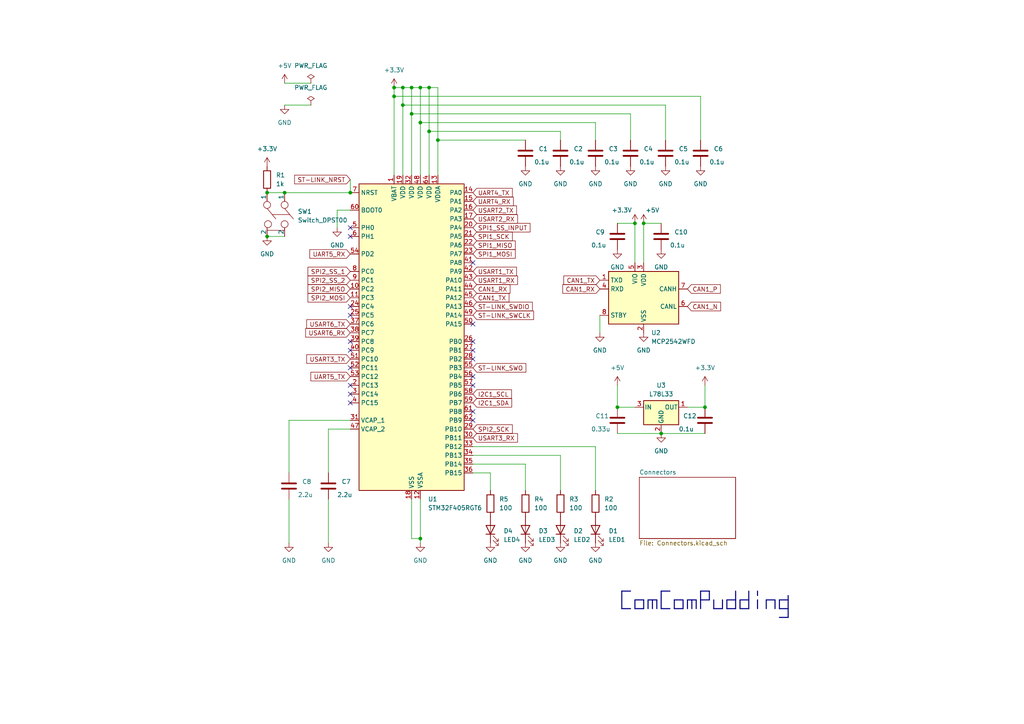
<source format=kicad_sch>
(kicad_sch (version 20230121) (generator eeschema)
  (paper "A4")
  (lib_symbols
    (symbol "Device:C" (pin_numbers hide) (pin_names (offset 0.254))
      (property "Reference" "C" (at 0.635 2.54 0))
      (property "Value" "C" (at 0.635 -2.54 0))
      (symbol "C_0_1"
        (polyline (pts (xy -2.032 -0.762) (xy 2.032 -0.762)) (stroke (width 0.508)))
        (polyline (pts (xy -2.032 0.762) (xy 2.032 0.762)) (stroke (width 0.508)))
      )
      (symbol "C_1_1"
        (pin passive line (at 0 3.81 270) (length 2.794) (name "~") (number "1"))
        (pin passive line (at 0 -3.81 90) (length 2.794) (name "~") (number "2"))
      )
    )
    (symbol "Device:LED" (pin_numbers hide) (pin_names (offset 1.016) hide)
      (property "Reference" "D" (at 0 2.54 0))
      (property "Value" "LED" (at 0 -2.54 0))
      (symbol "LED_0_1"
        (polyline (pts (xy -1.27 -1.27) (xy -1.27 1.27)) (stroke (width 0.254)))
        (polyline (pts (xy -1.27 0) (xy 1.27 0)))
        (polyline (pts (xy 1.27 -1.27) (xy 1.27 1.27) (xy -1.27 0) (xy 1.27 -1.27)) (stroke (width 0.254)))
        (polyline (pts (xy -3.048 -0.762) (xy -4.572 -2.286) (xy -3.81 -2.286) (xy -4.572 -2.286) (xy -4.572 -1.524)))
        (polyline (pts (xy -1.778 -0.762) (xy -3.302 -2.286) (xy -2.54 -2.286) (xy -3.302 -2.286) (xy -3.302 -1.524)))
      )
      (symbol "LED_1_1"
        (pin passive line (at -3.81 0 0) (length 2.54) (name "K") (number "1"))
        (pin passive line (at 3.81 0 180) (length 2.54) (name "A") (number "2"))
      )
    )
    (symbol "Device:R" (pin_numbers hide) (pin_names (offset 0))
      (property "Reference" "R" (at 2.032 0 90))
      (property "Value" "R" (at 0 0 90))
      (symbol "R_0_1"
        (rectangle (start -1.016 -2.54) (end 1.016 2.54) (stroke (width 0.254)))
      )
      (symbol "R_1_1"
        (pin passive line (at 0 3.81 270) (length 1.27) (name "~") (number "1"))
        (pin passive line (at 0 -3.81 90) (length 1.27) (name "~") (number "2"))
      )
    )
    (symbol "Interface_CAN_LIN:MCP2542WFDxMF"
      (property "Reference" "U" (at -10.16 8.89 0))
      (property "Value" "MCP2542WFDxMF" (at 2.54 8.89 0))
      (symbol "MCP2542WFDxMF_0_1"
        (rectangle (start -10.16 7.62) (end 10.16 -7.62) (stroke (width 0.254)) (fill (type background)))
      )
      (symbol "MCP2542WFDxMF_1_1"
        (pin input line (at -12.7 5.08 0) (length 2.54) (name "TXD") (number "1"))
        (pin power_in line (at 0 -10.16 90) (length 2.54) (name "VSS") (number "2"))
        (pin power_in line (at 0 10.16 270) (length 2.54) (name "VDD") (number "3"))
        (pin output line (at -12.7 2.54 0) (length 2.54) (name "RXD") (number "4"))
        (pin power_in line (at -2.54 10.16 270) (length 2.54) (name "VIO") (number "5"))
        (pin bidirectional line (at 12.7 -2.54 180) (length 2.54) (name "CANL") (number "6"))
        (pin bidirectional line (at 12.7 2.54 180) (length 2.54) (name "CANH") (number "7"))
        (pin input line (at -12.7 -5.08 0) (length 2.54) (name "STBY") (number "8"))
        (pin passive line (at 0 -10.16 90) (length 2.54) hide (name "VSS") (number "9"))
      )
    )
    (symbol "MCU_ST_STM32F4:STM32F405RGTx"
      (property "Reference" "U" (at -15.24 46.99 0))
      (property "Value" "STM32F405RGTx" (at 10.16 46.99 0))
      (symbol "STM32F405RGTx_0_1"
        (rectangle (start -15.24 -43.18) (end 15.24 45.72) (stroke (width 0.254)) (fill (type background)))
      )
      (symbol "STM32F405RGTx_1_1"
        (pin power_in line (at -5.08 48.26 270) (length 2.54) (name "VBAT") (number "1"))
        (pin bidirectional line (at -17.78 15.24 0) (length 2.54) (name "PC2") (number "10"))
        (pin bidirectional line (at -17.78 12.7 0) (length 2.54) (name "PC3") (number "11"))
        (pin power_in line (at 2.54 -45.72 90) (length 2.54) (name "VSSA") (number "12"))
        (pin power_in line (at 7.62 48.26 270) (length 2.54) (name "VDDA") (number "13"))
        (pin bidirectional line (at 17.78 43.18 180) (length 2.54) (name "PA0") (number "14"))
        (pin bidirectional line (at 17.78 40.64 180) (length 2.54) (name "PA1") (number "15"))
        (pin bidirectional line (at 17.78 38.1 180) (length 2.54) (name "PA2") (number "16"))
        (pin bidirectional line (at 17.78 35.56 180) (length 2.54) (name "PA3") (number "17"))
        (pin power_in line (at 0 -45.72 90) (length 2.54) (name "VSS") (number "18"))
        (pin power_in line (at -2.54 48.26 270) (length 2.54) (name "VDD") (number "19"))
        (pin bidirectional line (at -17.78 -12.7 0) (length 2.54) (name "PC13") (number "2"))
        (pin bidirectional line (at 17.78 33.02 180) (length 2.54) (name "PA4") (number "20"))
        (pin bidirectional line (at 17.78 30.48 180) (length 2.54) (name "PA5") (number "21"))
        (pin bidirectional line (at 17.78 27.94 180) (length 2.54) (name "PA6") (number "22"))
        (pin bidirectional line (at 17.78 25.4 180) (length 2.54) (name "PA7") (number "23"))
        (pin bidirectional line (at -17.78 10.16 0) (length 2.54) (name "PC4") (number "24"))
        (pin bidirectional line (at -17.78 7.62 0) (length 2.54) (name "PC5") (number "25"))
        (pin bidirectional line (at 17.78 0 180) (length 2.54) (name "PB0") (number "26"))
        (pin bidirectional line (at 17.78 -2.54 180) (length 2.54) (name "PB1") (number "27"))
        (pin bidirectional line (at 17.78 -5.08 180) (length 2.54) (name "PB2") (number "28"))
        (pin bidirectional line (at 17.78 -25.4 180) (length 2.54) (name "PB10") (number "29"))
        (pin bidirectional line (at -17.78 -15.24 0) (length 2.54) (name "PC14") (number "3"))
        (pin bidirectional line (at 17.78 -27.94 180) (length 2.54) (name "PB11") (number "30"))
        (pin power_out line (at -17.78 -22.86 0) (length 2.54) (name "VCAP_1") (number "31"))
        (pin power_in line (at 0 48.26 270) (length 2.54) (name "VDD") (number "32"))
        (pin bidirectional line (at 17.78 -30.48 180) (length 2.54) (name "PB12") (number "33"))
        (pin bidirectional line (at 17.78 -33.02 180) (length 2.54) (name "PB13") (number "34"))
        (pin bidirectional line (at 17.78 -35.56 180) (length 2.54) (name "PB14") (number "35"))
        (pin bidirectional line (at 17.78 -38.1 180) (length 2.54) (name "PB15") (number "36"))
        (pin bidirectional line (at -17.78 5.08 0) (length 2.54) (name "PC6") (number "37"))
        (pin bidirectional line (at -17.78 2.54 0) (length 2.54) (name "PC7") (number "38"))
        (pin bidirectional line (at -17.78 0 0) (length 2.54) (name "PC8") (number "39"))
        (pin bidirectional line (at -17.78 -17.78 0) (length 2.54) (name "PC15") (number "4"))
        (pin bidirectional line (at -17.78 -2.54 0) (length 2.54) (name "PC9") (number "40"))
        (pin bidirectional line (at 17.78 22.86 180) (length 2.54) (name "PA8") (number "41"))
        (pin bidirectional line (at 17.78 20.32 180) (length 2.54) (name "PA9") (number "42"))
        (pin bidirectional line (at 17.78 17.78 180) (length 2.54) (name "PA10") (number "43"))
        (pin bidirectional line (at 17.78 15.24 180) (length 2.54) (name "PA11") (number "44"))
        (pin bidirectional line (at 17.78 12.7 180) (length 2.54) (name "PA12") (number "45"))
        (pin bidirectional line (at 17.78 10.16 180) (length 2.54) (name "PA13") (number "46"))
        (pin power_out line (at -17.78 -25.4 0) (length 2.54) (name "VCAP_2") (number "47"))
        (pin power_in line (at 2.54 48.26 270) (length 2.54) (name "VDD") (number "48"))
        (pin bidirectional line (at 17.78 7.62 180) (length 2.54) (name "PA14") (number "49"))
        (pin bidirectional line (at -17.78 33.02 0) (length 2.54) (name "PH0") (number "5"))
        (pin bidirectional line (at 17.78 5.08 180) (length 2.54) (name "PA15") (number "50"))
        (pin bidirectional line (at -17.78 -5.08 0) (length 2.54) (name "PC10") (number "51"))
        (pin bidirectional line (at -17.78 -7.62 0) (length 2.54) (name "PC11") (number "52"))
        (pin bidirectional line (at -17.78 -10.16 0) (length 2.54) (name "PC12") (number "53"))
        (pin bidirectional line (at -17.78 25.4 0) (length 2.54) (name "PD2") (number "54"))
        (pin bidirectional line (at 17.78 -7.62 180) (length 2.54) (name "PB3") (number "55"))
        (pin bidirectional line (at 17.78 -10.16 180) (length 2.54) (name "PB4") (number "56"))
        (pin bidirectional line (at 17.78 -12.7 180) (length 2.54) (name "PB5") (number "57"))
        (pin bidirectional line (at 17.78 -15.24 180) (length 2.54) (name "PB6") (number "58"))
        (pin bidirectional line (at 17.78 -17.78 180) (length 2.54) (name "PB7") (number "59"))
        (pin bidirectional line (at -17.78 30.48 0) (length 2.54) (name "PH1") (number "6"))
        (pin input line (at -17.78 38.1 0) (length 2.54) (name "BOOT0") (number "60"))
        (pin bidirectional line (at 17.78 -20.32 180) (length 2.54) (name "PB8") (number "61"))
        (pin bidirectional line (at 17.78 -22.86 180) (length 2.54) (name "PB9") (number "62"))
        (pin passive line (at 0 -45.72 90) (length 2.54) hide (name "VSS") (number "63"))
        (pin power_in line (at 5.08 48.26 270) (length 2.54) (name "VDD") (number "64"))
        (pin input line (at -17.78 43.18 0) (length 2.54) (name "NRST") (number "7"))
        (pin bidirectional line (at -17.78 20.32 0) (length 2.54) (name "PC0") (number "8"))
        (pin bidirectional line (at -17.78 17.78 0) (length 2.54) (name "PC1") (number "9"))
      )
    )
    (symbol "Regulator_Linear:L78L33_SOT89" (pin_names (offset 0.254))
      (property "Reference" "U" (at -3.81 3.175 0))
      (property "Value" "L78L33_SOT89" (at -0.635 3.175 0))
      (symbol "L78L33_SOT89_0_1"
        (rectangle (start -5.08 1.905) (end 5.08 -5.08) (stroke (width 0.254)) (fill (type background)))
      )
      (symbol "L78L33_SOT89_1_1"
        (pin power_out line (at 7.62 0 180) (length 2.54) (name "OUT") (number "1"))
        (pin power_in line (at 0 -7.62 90) (length 2.54) (name "GND") (number "2"))
        (pin power_in line (at -7.62 0 0) (length 2.54) (name "IN") (number "3"))
      )
    )
    (symbol "mecha:Switch_DPST00" (pin_numbers hide) (pin_names (offset 0))
      (property "Reference" "SW" (at -2.54 6.35 0))
      (property "Value" "Switch_DPST00" (at -1.27 -5.08 0))
      (symbol "Switch_DPST00_0_0"
        (circle (center -4.064 -2.54) (radius 1.016))
        (circle (center -4.064 2.54) (radius 1.016))
        (polyline (pts (xy -3.048 -2.54) (xy 0 0)))
        (polyline (pts (xy -3.048 2.54) (xy 0 5.08)))
        (polyline (pts (xy -1.27 4.064) (xy -1.27 -1.016)))
        (circle (center 1.524 -2.286) (radius 1.016))
        (circle (center 1.524 2.54) (radius 1.016))
      )
      (symbol "Switch_DPST00_0_1"
        (polyline (pts (xy 3.302 2.54) (xy 3.302 -2.54)))
      )
      (symbol "Switch_DPST00_1_1"
        (pin passive line (at -7.62 -2.54 0) (length 2.54) (name "1") (number "1"))
        (pin passive line (at -7.62 2.54 0) (length 2.54) (name "1") (number "1"))
        (pin passive line (at 5.08 -2.54 180) (length 2.54) (name "2") (number "2"))
        (pin passive line (at 5.08 2.54 180) (length 2.54) (name "2") (number "2"))
      )
    )
    (symbol "power:+3.3V" (power) (pin_names (offset 0))
      (property "Value" "+3.3V" (at 0 3.556 0))
      (symbol "+3.3V_0_1"
        (polyline (pts (xy -0.762 1.27) (xy 0 2.54)))
        (polyline (pts (xy 0 0) (xy 0 2.54)))
        (polyline (pts (xy 0 2.54) (xy 0.762 1.27)))
      )
      (symbol "+3.3V_1_1"
        (pin power_in line (at 0 0 90) (length 0) hide (name "+3.3V") (number "1"))
      )
    )
    (symbol "power:+5V" (power) (pin_names (offset 0))
      (property "Value" "+5V" (at 0 3.556 0))
      (symbol "+5V_0_1"
        (polyline (pts (xy -0.762 1.27) (xy 0 2.54)))
        (polyline (pts (xy 0 0) (xy 0 2.54)))
        (polyline (pts (xy 0 2.54) (xy 0.762 1.27)))
      )
      (symbol "+5V_1_1"
        (pin power_in line (at 0 0 90) (length 0) hide (name "+5V") (number "1"))
      )
    )
    (symbol "power:GND" (power) (pin_names (offset 0))
      (property "Value" "GND" (at 0 -3.81 0))
      (symbol "GND_0_1"
        (polyline (pts (xy 0 0) (xy 0 -1.27) (xy 1.27 -1.27) (xy 0 -2.54) (xy -1.27 -1.27) (xy 0 -1.27)))
      )
      (symbol "GND_1_1"
        (pin power_in line (at 0 0 270) (length 0) hide (name "GND") (number "1"))
      )
    )
    (symbol "power:PWR_FLAG" (power) (pin_numbers hide) (pin_names (offset 0) hide)
      (property "Value" "PWR_FLAG" (at 0 3.81 0))
      (symbol "PWR_FLAG_0_0"
        (pin power_out line (at 0 0 90) (length 0) (name "pwr") (number "1"))
      )
      (symbol "PWR_FLAG_0_1"
        (polyline (pts (xy 0 0) (xy 0 1.27) (xy -1.016 1.905) (xy 0 2.54) (xy 1.016 1.905) (xy 0 1.27)))
      )
    )
  )
  (junction (at 77.47 68.58))
  (junction (at 184.15 64.77))
  (junction (at 119.38 33.02))
  (junction (at 121.92 25.4))
  (junction (at 77.47 55.88))
  (junction (at 204.47 118.11))
  (junction (at 124.46 25.4))
  (junction (at 124.46 38.1))
  (junction (at 191.77 125.73))
  (junction (at 186.69 64.77))
  (junction (at 114.3 27.94))
  (junction (at 121.92 35.56))
  (junction (at 82.55 55.88))
  (junction (at 121.92 156.21))
  (junction (at 114.3 25.4))
  (junction (at 116.84 30.48))
  (junction (at 101.6 55.88))
  (junction (at 119.38 25.4))
  (junction (at 127 40.64))
  (junction (at 179.07 118.11))
  (junction (at 116.84 25.4))
  (no_connect (at 101.6 106.68))
  (no_connect (at 101.6 99.06))
  (no_connect (at 101.6 66.04))
  (no_connect (at 101.6 68.58))
  (no_connect (at 137.16 109.22))
  (no_connect (at 101.6 111.76))
  (no_connect (at 137.16 119.38))
  (no_connect (at 137.16 99.06))
  (no_connect (at 137.16 93.98))
  (no_connect (at 137.16 101.6))
  (no_connect (at 101.6 116.84))
  (no_connect (at 101.6 114.3))
  (no_connect (at 137.16 111.76))
  (no_connect (at 137.16 121.92))
  (no_connect (at 137.16 104.14))
  (no_connect (at 101.6 88.9))
  (no_connect (at 101.6 91.44))
  (no_connect (at 101.6 101.6))
  (no_connect (at 137.16 76.2))
  (wire (pts (xy 97.79 60.96) (xy 97.79 66.04)))
  (wire (pts (xy 116.84 30.48) (xy 193.04 30.48)))
  (wire (pts (xy 204.47 111.76) (xy 204.47 118.11)))
  (bus (pts (xy 182.88 171.45) (xy 180.34 171.45)))
  (wire (pts (xy 127 40.64) (xy 127 50.8)))
  (wire (pts (xy 77.47 55.88) (xy 82.55 55.88)))
  (wire (pts (xy 121.92 25.4) (xy 119.38 25.4)))
  (wire (pts (xy 193.04 40.64) (xy 193.04 30.48)))
  (wire (pts (xy 119.38 33.02) (xy 182.88 33.02)))
  (wire (pts (xy 162.56 132.08) (xy 162.56 142.24)))
  (bus (pts (xy 203.2 171.45) (xy 205.74 171.45)))
  (wire (pts (xy 124.46 38.1) (xy 124.46 50.8)))
  (bus (pts (xy 205.74 171.45) (xy 205.74 173.99)))
  (wire (pts (xy 172.72 40.64) (xy 172.72 35.56)))
  (wire (pts (xy 124.46 25.4) (xy 124.46 38.1)))
  (wire (pts (xy 114.3 25.4) (xy 114.3 27.94)))
  (wire (pts (xy 182.88 40.64) (xy 182.88 33.02)))
  (bus (pts (xy 187.96 173.99) (xy 190.5 173.99)))
  (bus (pts (xy 190.5 173.99) (xy 190.5 176.53)))
  (bus (pts (xy 210.82 176.53) (xy 213.36 176.53)))
  (wire (pts (xy 119.38 25.4) (xy 119.38 33.02)))
  (bus (pts (xy 207.01 173.99) (xy 207.01 176.53)))
  (wire (pts (xy 142.24 137.16) (xy 142.24 142.24)))
  (bus (pts (xy 222.25 173.99) (xy 224.79 173.99)))
  (wire (pts (xy 114.3 27.94) (xy 114.3 50.8)))
  (wire (pts (xy 83.82 121.92) (xy 83.82 137.16)))
  (bus (pts (xy 200.66 173.99) (xy 200.66 176.53)))
  (bus (pts (xy 186.69 176.53) (xy 186.69 173.99)))
  (wire (pts (xy 127 40.64) (xy 127 25.4)))
  (bus (pts (xy 207.01 176.53) (xy 209.55 176.53)))
  (bus (pts (xy 217.17 171.45) (xy 217.17 176.53)))
  (bus (pts (xy 213.36 173.99) (xy 210.82 173.99)))
  (wire (pts (xy 82.55 30.48) (xy 90.17 30.48)))
  (bus (pts (xy 219.71 173.99) (xy 219.71 176.53)))
  (bus (pts (xy 198.12 176.53) (xy 198.12 173.99)))
  (wire (pts (xy 121.92 35.56) (xy 172.72 35.56)))
  (wire (pts (xy 101.6 60.96) (xy 97.79 60.96)))
  (wire (pts (xy 83.82 121.92) (xy 101.6 121.92)))
  (bus (pts (xy 191.77 171.45) (xy 194.31 171.45)))
  (wire (pts (xy 116.84 25.4) (xy 119.38 25.4)))
  (bus (pts (xy 226.06 176.53) (xy 228.6 176.53)))
  (wire (pts (xy 184.15 76.2) (xy 184.15 64.77)))
  (wire (pts (xy 95.25 124.46) (xy 95.25 137.16)))
  (wire (pts (xy 152.4 142.24) (xy 152.4 134.62)))
  (wire (pts (xy 119.38 156.21) (xy 121.92 156.21)))
  (bus (pts (xy 195.58 173.99) (xy 195.58 176.53)))
  (bus (pts (xy 210.82 173.99) (xy 210.82 176.53)))
  (bus (pts (xy 214.63 173.99) (xy 214.63 176.53)))
  (bus (pts (xy 228.6 173.99) (xy 226.06 173.99)))
  (bus (pts (xy 201.93 173.99) (xy 201.93 176.53)))
  (bus (pts (xy 195.58 173.99) (xy 198.12 173.99)))
  (wire (pts (xy 162.56 40.64) (xy 162.56 38.1)))
  (wire (pts (xy 124.46 25.4) (xy 121.92 25.4)))
  (wire (pts (xy 199.39 118.11) (xy 204.47 118.11)))
  (bus (pts (xy 214.63 176.53) (xy 217.17 176.53)))
  (wire (pts (xy 172.72 142.24) (xy 172.72 129.54)))
  (wire (pts (xy 77.47 68.58) (xy 82.55 68.58)))
  (bus (pts (xy 187.96 176.53) (xy 187.96 173.99)))
  (bus (pts (xy 213.36 171.45) (xy 213.36 176.53)))
  (wire (pts (xy 82.55 24.13) (xy 90.17 24.13)))
  (bus (pts (xy 217.17 173.99) (xy 214.63 173.99)))
  (wire (pts (xy 179.07 118.11) (xy 184.15 118.11)))
  (bus (pts (xy 224.79 173.99) (xy 224.79 176.53)))
  (bus (pts (xy 226.06 173.99) (xy 226.06 176.53)))
  (bus (pts (xy 199.39 176.53) (xy 199.39 173.99)))
  (wire (pts (xy 95.25 157.48) (xy 95.25 144.78)))
  (wire (pts (xy 137.16 132.08) (xy 162.56 132.08)))
  (wire (pts (xy 116.84 30.48) (xy 116.84 50.8)))
  (wire (pts (xy 121.92 156.21) (xy 121.92 157.48)))
  (wire (pts (xy 179.07 111.76) (xy 179.07 118.11)))
  (wire (pts (xy 121.92 144.78) (xy 121.92 156.21)))
  (bus (pts (xy 228.6 172.72) (xy 228.6 179.07)))
  (bus (pts (xy 184.15 173.99) (xy 184.15 176.53)))
  (wire (pts (xy 119.38 144.78) (xy 119.38 156.21)))
  (bus (pts (xy 195.58 176.53) (xy 198.12 176.53)))
  (wire (pts (xy 152.4 134.62) (xy 137.16 134.62)))
  (wire (pts (xy 101.6 52.07) (xy 101.6 55.88)))
  (wire (pts (xy 191.77 125.73) (xy 204.47 125.73)))
  (wire (pts (xy 186.69 64.77) (xy 186.69 76.2)))
  (bus (pts (xy 180.34 171.45) (xy 180.34 176.53)))
  (bus (pts (xy 203.2 171.45) (xy 203.2 176.53)))
  (wire (pts (xy 83.82 157.48) (xy 83.82 144.78)))
  (wire (pts (xy 114.3 27.94) (xy 203.2 27.94)))
  (wire (pts (xy 173.99 96.52) (xy 173.99 91.44)))
  (bus (pts (xy 189.23 173.99) (xy 189.23 176.53)))
  (wire (pts (xy 121.92 35.56) (xy 121.92 50.8)))
  (wire (pts (xy 119.38 33.02) (xy 119.38 50.8)))
  (wire (pts (xy 172.72 129.54) (xy 137.16 129.54)))
  (bus (pts (xy 184.15 173.99) (xy 186.69 173.99)))
  (bus (pts (xy 219.71 171.45) (xy 219.71 172.72)))
  (bus (pts (xy 180.34 176.53) (xy 182.88 176.53)))
  (bus (pts (xy 191.77 176.53) (xy 194.31 176.53)))
  (bus (pts (xy 199.39 173.99) (xy 201.93 173.99)))
  (wire (pts (xy 121.92 25.4) (xy 121.92 35.56)))
  (wire (pts (xy 191.77 64.77) (xy 186.69 64.77)))
  (wire (pts (xy 184.15 64.77) (xy 179.07 64.77)))
  (bus (pts (xy 184.15 176.53) (xy 186.69 176.53)))
  (bus (pts (xy 209.55 173.99) (xy 209.55 176.53)))
  (wire (pts (xy 127 40.64) (xy 152.4 40.64)))
  (bus (pts (xy 191.77 171.45) (xy 191.77 176.53)))
  (wire (pts (xy 127 25.4) (xy 124.46 25.4)))
  (bus (pts (xy 226.06 179.07) (xy 228.6 179.07)))
  (wire (pts (xy 114.3 25.4) (xy 116.84 25.4)))
  (bus (pts (xy 222.25 176.53) (xy 222.25 173.99)))
  (wire (pts (xy 95.25 124.46) (xy 101.6 124.46)))
  (wire (pts (xy 179.07 125.73) (xy 191.77 125.73)))
  (wire (pts (xy 124.46 38.1) (xy 162.56 38.1)))
  (wire (pts (xy 116.84 25.4) (xy 116.84 30.48)))
  (wire (pts (xy 203.2 40.64) (xy 203.2 27.94)))
  (wire (pts (xy 82.55 55.88) (xy 101.6 55.88)))
  (bus (pts (xy 203.2 173.99) (xy 205.74 173.99)))
  (wire (pts (xy 137.16 137.16) (xy 142.24 137.16)))
  (global_label "ST-LINK_NRST" (shape input) (at 101.6 52.07 180) (property "Intersheetrefs" "${INTERSHEET_REFS}" (effects hide)))
  (global_label "USART1_RX" (shape input) (at 137.16 81.28 0) (property "Intersheetrefs" "${INTERSHEET_REFS}" (effects hide)))
  (global_label "USART6_RX" (shape input) (at 101.6 96.52 180) (property "Intersheetrefs" "${INTERSHEET_REFS}" (effects hide)))
  (global_label "USART2_RX" (shape input) (at 137.16 63.5 0) (property "Intersheetrefs" "${INTERSHEET_REFS}" (effects hide)))
  (global_label "CAN1_P" (shape input) (at 199.39 83.82 0) (property "Intersheetrefs" "${INTERSHEET_REFS}" (effects hide)))
  (global_label "SPI2_MISO" (shape input) (at 101.6 83.82 180) (property "Intersheetrefs" "${INTERSHEET_REFS}" (effects hide)))
  (global_label "SPI1_SS_INPUT" (shape input) (at 137.16 66.04 0) (property "Intersheetrefs" "${INTERSHEET_REFS}" (effects hide)))
  (global_label "ST-LINK_SWCLK" (shape input) (at 137.16 91.44 0) (property "Intersheetrefs" "${INTERSHEET_REFS}" (effects hide)))
  (global_label "UART4_RX" (shape input) (at 137.16 58.42 0) (property "Intersheetrefs" "${INTERSHEET_REFS}" (effects hide)))
  (global_label "SPI2_SS_1" (shape input) (at 101.6 78.74 180) (property "Intersheetrefs" "${INTERSHEET_REFS}" (effects hide)))
  (global_label "I2C1_SDA" (shape input) (at 137.16 116.84 0) (property "Intersheetrefs" "${INTERSHEET_REFS}" (effects hide)))
  (global_label "SPI1_MOSI" (shape input) (at 137.16 73.66 0) (property "Intersheetrefs" "${INTERSHEET_REFS}" (effects hide)))
  (global_label "I2C1_SCL" (shape input) (at 137.16 114.3 0) (property "Intersheetrefs" "${INTERSHEET_REFS}" (effects hide)))
  (global_label "UART5_RX" (shape input) (at 101.6 73.66 180) (property "Intersheetrefs" "${INTERSHEET_REFS}" (effects hide)))
  (global_label "SPI2_SCK" (shape input) (at 137.16 124.46 0) (property "Intersheetrefs" "${INTERSHEET_REFS}" (effects hide)))
  (global_label "SPI2_MOSI" (shape input) (at 101.6 86.36 180) (property "Intersheetrefs" "${INTERSHEET_REFS}" (effects hide)))
  (global_label "USART6_TX" (shape input) (at 101.6 93.98 180) (property "Intersheetrefs" "${INTERSHEET_REFS}" (effects hide)))
  (global_label "SPI1_SCK" (shape input) (at 137.16 68.58 0) (property "Intersheetrefs" "${INTERSHEET_REFS}" (effects hide)))
  (global_label "USART3_RX" (shape input) (at 137.16 127 0) (property "Intersheetrefs" "${INTERSHEET_REFS}" (effects hide)))
  (global_label "CAN1_TX" (shape input) (at 137.16 86.36 0) (property "Intersheetrefs" "${INTERSHEET_REFS}" (effects hide)))
  (global_label "CAN1_RX" (shape input) (at 137.16 83.82 0) (property "Intersheetrefs" "${INTERSHEET_REFS}" (effects hide)))
  (global_label "CAN1_TX" (shape input) (at 173.99 81.28 180) (property "Intersheetrefs" "${INTERSHEET_REFS}" (effects hide)))
  (global_label "ST-LINK_SWO" (shape input) (at 137.16 106.68 0) (property "Intersheetrefs" "${INTERSHEET_REFS}" (effects hide)))
  (global_label "CAN1_N" (shape input) (at 199.39 88.9 0) (property "Intersheetrefs" "${INTERSHEET_REFS}" (effects hide)))
  (global_label "UART5_TX" (shape input) (at 101.6 109.22 180) (property "Intersheetrefs" "${INTERSHEET_REFS}" (effects hide)))
  (global_label "USART1_TX" (shape input) (at 137.16 78.74 0) (property "Intersheetrefs" "${INTERSHEET_REFS}" (effects hide)))
  (global_label "SPI2_SS_2" (shape input) (at 101.6 81.28 180) (property "Intersheetrefs" "${INTERSHEET_REFS}" (effects hide)))
  (global_label "CAN1_RX" (shape input) (at 173.99 83.82 180) (property "Intersheetrefs" "${INTERSHEET_REFS}" (effects hide)))
  (global_label "USART3_TX" (shape input) (at 101.6 104.14 180) (property "Intersheetrefs" "${INTERSHEET_REFS}" (effects hide)))
  (global_label "ST-LINK_SWDIO" (shape input) (at 137.16 88.9 0) (property "Intersheetrefs" "${INTERSHEET_REFS}" (effects hide)))
  (global_label "SPI1_MISO" (shape input) (at 137.16 71.12 0) (property "Intersheetrefs" "${INTERSHEET_REFS}" (effects hide)))
  (global_label "UART4_TX" (shape input) (at 137.16 55.88 0) (property "Intersheetrefs" "${INTERSHEET_REFS}" (effects hide)))
  (global_label "USART2_TX" (shape input) (at 137.16 60.96 0) (property "Intersheetrefs" "${INTERSHEET_REFS}" (effects hide)))
  (symbol (lib_id "power:+5V") (at 186.69 64.77 0) (unit 1)
    (property "Reference" "#PWR016" (effects hide))
    (property "Value" "+5V" (at 189.23 60.96 0))
  )
  (symbol (lib_id "power:PWR_FLAG") (at 90.17 24.13 0) (unit 1)
    (property "Reference" "#FLG01" (effects hide))
    (property "Value" "PWR_FLAG" (at 90.17 19.05 0))
  )
  (symbol (lib_id "power:GND") (at 179.07 72.39 0) (unit 1)
    (property "Reference" "#PWR08" (effects hide))
    (property "Value" "GND" (at 179.07 77.47 0))
  )
  (symbol (lib_id "Device:LED") (at 162.56 153.67 90) (unit 1)
    (property "Reference" "D2" (at 166.37 153.9875 90) (effects (justify right)))
    (property "Value" "LED2" (at 166.37 156.5275 90) (effects (justify right)))
    (property "Footprint" "LED_SMD:LED_0805_2012Metric" (effects hide))
  )
  (symbol (lib_id "Device:R") (at 162.56 146.05 0) (unit 1)
    (property "Reference" "R3" (at 165.1 144.78 0) (effects (justify left)))
    (property "Value" "100" (at 165.1 147.32 0) (effects (justify left)))
    (property "Footprint" "Resistor_SMD:R_0603_1608Metric" (effects hide))
  )
  (symbol (lib_id "Device:C") (at 152.4 44.45 0) (unit 1)
    (property "Reference" "C1" (at 156.21 43.18 0) (effects (justify left)))
    (property "Value" "0.1u" (at 154.94 46.99 0) (effects (justify left)))
    (property "Footprint" "Capacitor_SMD:C_0603_1608Metric" (effects hide))
  )
  (symbol (lib_id "mecha:Switch_DPST00") (at 80.01 63.5 270) (unit 1)
    (property "Reference" "SW1" (at 86.36 61.341 90) (effects (justify left)))
    (property "Value" "Switch_DPST00" (at 86.36 63.881 90) (effects (justify left)))
    (property "Footprint" "Button_Switch_THT:SW_Tactile_Straight_KSA0Axx1LFTR" (effects hide))
  )
  (symbol (lib_id "power:GND") (at 95.25 157.48 0) (unit 1)
    (property "Reference" "#PWR013" (effects hide))
    (property "Value" "GND" (at 95.25 162.56 0))
  )
  (symbol (lib_id "Device:C") (at 204.47 121.92 0) (unit 1)
    (property "Reference" "C12" (at 198.12 120.65 0) (effects (justify left)))
    (property "Value" "0.1u" (at 196.85 124.46 0) (effects (justify left)))
    (property "Footprint" "Capacitor_SMD:C_0603_1608Metric" (effects hide))
  )
  (symbol (lib_id "Device:C") (at 203.2 44.45 0) (unit 1)
    (property "Reference" "C6" (at 207.01 43.18 0) (effects (justify left)))
    (property "Value" "0.1u" (at 205.74 46.99 0) (effects (justify left)))
    (property "Footprint" "Capacitor_SMD:C_0603_1608Metric" (effects hide))
  )
  (symbol (lib_id "power:GND") (at 172.72 157.48 0) (unit 1)
    (property "Reference" "#PWR051" (effects hide))
    (property "Value" "GND" (at 172.72 162.56 0))
  )
  (symbol (lib_id "power:+3.3V") (at 184.15 64.77 0) (unit 1)
    (property "Reference" "#PWR010" (effects hide))
    (property "Value" "+3.3V" (at 180.34 60.96 0))
  )
  (symbol (lib_id "Device:C") (at 179.07 68.58 0) (unit 1)
    (property "Reference" "C9" (at 172.72 67.31 0) (effects (justify left)))
    (property "Value" "0.1u" (at 171.45 71.12 0) (effects (justify left)))
    (property "Footprint" "Capacitor_SMD:C_0603_1608Metric" (effects hide))
  )
  (symbol (lib_id "Device:C") (at 193.04 44.45 0) (unit 1)
    (property "Reference" "C5" (at 196.85 43.18 0) (effects (justify left)))
    (property "Value" "0.1u" (at 195.58 46.99 0) (effects (justify left)))
    (property "Footprint" "Capacitor_SMD:C_0603_1608Metric" (effects hide))
  )
  (symbol (lib_id "Device:LED") (at 152.4 153.67 90) (unit 1)
    (property "Reference" "D3" (at 156.21 153.9875 90) (effects (justify right)))
    (property "Value" "LED3" (at 156.21 156.5275 90) (effects (justify right)))
    (property "Footprint" "LED_SMD:LED_0805_2012Metric" (effects hide))
  )
  (symbol (lib_id "MCU_ST_STM32F4:STM32F405RGTx") (at 119.38 99.06 0) (unit 1)
    (property "Reference" "U1" (at 124.1141 144.78 0) (effects (justify left)))
    (property "Value" "STM32F405RGT6" (at 124.1141 147.32 0) (effects (justify left)))
    (property "Footprint" "Package_QFP:LQFP-64_10x10mm_P0.5mm" (effects hide))
    (property "Datasheet" "https://www.st.com/resource/en/datasheet/stm32f405rg.pdf" (effects hide))
  )
  (symbol (lib_id "power:GND") (at 162.56 157.48 0) (unit 1)
    (property "Reference" "#PWR052" (effects hide))
    (property "Value" "GND" (at 162.56 162.56 0))
  )
  (symbol (lib_id "power:PWR_FLAG") (at 90.17 30.48 0) (unit 1)
    (property "Reference" "#FLG02" (effects hide))
    (property "Value" "PWR_FLAG" (at 90.17 25.4 0))
  )
  (symbol (lib_id "power:GND") (at 193.04 48.26 0) (unit 1)
    (property "Reference" "#PWR06" (effects hide))
    (property "Value" "GND" (at 193.04 53.34 0))
  )
  (symbol (lib_id "power:GND") (at 82.55 30.48 0) (unit 1)
    (property "Reference" "#PWR030" (effects hide))
    (property "Value" "GND" (at 82.55 35.56 0))
  )
  (symbol (lib_id "power:+5V") (at 179.07 111.76 0) (unit 1)
    (property "Reference" "#PWR020" (effects hide))
    (property "Value" "+5V" (at 179.07 106.68 0))
  )
  (symbol (lib_id "Regulator_Linear:L78L33_SOT89") (at 191.77 118.11 0) (unit 1)
    (property "Reference" "U3" (at 191.77 111.76 0))
    (property "Value" "L78L33" (at 191.77 114.3 0))
    (property "Footprint" "Package_TO_SOT_SMD:SOT-89-3" (effects hide))
    (property "Datasheet" "http://www.st.com/content/ccc/resource/technical/document/datasheet/15/55/e5/aa/23/5b/43/fd/CD00000446.pdf/files/CD00000446.pdf/jcr:content/translations/en.CD00000446.pdf" (effects hide))
  )
  (symbol (lib_id "power:+5V") (at 82.55 24.13 0) (unit 1)
    (property "Reference" "#PWR029" (effects hide))
    (property "Value" "+5V" (at 82.55 19.05 0))
  )
  (symbol (lib_id "power:GND") (at 152.4 48.26 0) (unit 1)
    (property "Reference" "#PWR02" (effects hide))
    (property "Value" "GND" (at 152.4 53.34 0))
  )
  (symbol (lib_id "power:GND") (at 121.92 157.48 0) (unit 1)
    (property "Reference" "#PWR022" (effects hide))
    (property "Value" "GND" (at 121.92 162.56 0))
  )
  (symbol (lib_id "power:+3.3V") (at 77.47 48.26 0) (unit 1)
    (property "Reference" "#PWR015" (effects hide))
    (property "Value" "+3.3V" (at 77.47 43.18 0))
  )
  (symbol (lib_id "power:GND") (at 172.72 48.26 0) (unit 1)
    (property "Reference" "#PWR04" (effects hide))
    (property "Value" "GND" (at 172.72 53.34 0))
  )
  (symbol (lib_id "Device:C") (at 83.82 140.97 0) (unit 1)
    (property "Reference" "C8" (at 87.63 139.7 0) (effects (justify left)))
    (property "Value" "2.2u" (at 86.36 143.51 0) (effects (justify left)))
    (property "Footprint" "Capacitor_SMD:C_0603_1608Metric" (effects hide))
  )
  (symbol (lib_id "Device:C") (at 172.72 44.45 0) (unit 1)
    (property "Reference" "C3" (at 176.53 43.18 0) (effects (justify left)))
    (property "Value" "0.1u" (at 175.26 46.99 0) (effects (justify left)))
    (property "Footprint" "Capacitor_SMD:C_0603_1608Metric" (effects hide))
  )
  (symbol (lib_id "Device:LED") (at 142.24 153.67 90) (unit 1)
    (property "Reference" "D4" (at 146.05 153.9875 90) (effects (justify right)))
    (property "Value" "LED4" (at 146.05 156.5275 90) (effects (justify right)))
    (property "Footprint" "LED_SMD:LED_0805_2012Metric" (effects hide))
  )
  (symbol (lib_id "Device:R") (at 77.47 52.07 0) (unit 1)
    (property "Reference" "R1" (at 80.01 50.8 0) (effects (justify left)))
    (property "Value" "1k" (at 80.01 53.34 0) (effects (justify left)))
    (property "Footprint" "Resistor_SMD:R_0603_1608Metric" (effects hide))
  )
  (symbol (lib_id "Device:R") (at 142.24 146.05 0) (unit 1)
    (property "Reference" "R5" (at 144.78 144.78 0) (effects (justify left)))
    (property "Value" "100" (at 144.78 147.32 0) (effects (justify left)))
    (property "Footprint" "Resistor_SMD:R_0603_1608Metric" (effects hide))
  )
  (symbol (lib_id "power:GND") (at 191.77 72.39 0) (unit 1)
    (property "Reference" "#PWR09" (effects hide))
    (property "Value" "GND" (at 191.77 77.47 0))
  )
  (symbol (lib_id "Device:C") (at 179.07 121.92 0) (unit 1)
    (property "Reference" "C11" (at 172.72 120.65 0) (effects (justify left)))
    (property "Value" "0.33u" (at 171.45 124.46 0) (effects (justify left)))
    (property "Footprint" "Capacitor_SMD:C_0603_1608Metric" (effects hide))
  )
  (symbol (lib_id "power:+3.3V") (at 114.3 25.4 0) (unit 1)
    (property "Reference" "#PWR01" (effects hide))
    (property "Value" "+3.3V" (at 114.3 20.32 0))
  )
  (symbol (lib_id "power:GND") (at 83.82 157.48 0) (unit 1)
    (property "Reference" "#PWR012" (effects hide))
    (property "Value" "GND" (at 83.82 162.56 0))
  )
  (symbol (lib_id "Device:R") (at 172.72 146.05 0) (unit 1)
    (property "Reference" "R2" (at 175.26 144.78 0) (effects (justify left)))
    (property "Value" "100" (at 175.26 147.32 0) (effects (justify left)))
    (property "Footprint" "Resistor_SMD:R_0603_1608Metric" (effects hide))
  )
  (symbol (lib_id "power:GND") (at 152.4 157.48 0) (unit 1)
    (property "Reference" "#PWR053" (effects hide))
    (property "Value" "GND" (at 152.4 162.56 0))
  )
  (symbol (lib_id "Device:LED") (at 172.72 153.67 90) (unit 1)
    (property "Reference" "D1" (at 176.53 153.9875 90) (effects (justify right)))
    (property "Value" "LED1" (at 176.53 156.5275 90) (effects (justify right)))
    (property "Footprint" "LED_SMD:LED_0805_2012Metric" (effects hide))
  )
  (symbol (lib_id "power:GND") (at 191.77 125.73 0) (unit 1)
    (property "Reference" "#PWR019" (effects hide))
    (property "Value" "GND" (at 191.77 130.81 0))
  )
  (symbol (lib_id "power:GND") (at 182.88 48.26 0) (unit 1)
    (property "Reference" "#PWR05" (effects hide))
    (property "Value" "GND" (at 182.88 53.34 0))
  )
  (symbol (lib_id "power:GND") (at 97.79 66.04 0) (unit 1)
    (property "Reference" "#PWR011" (effects hide))
    (property "Value" "GND" (at 97.79 71.12 0))
  )
  (symbol (lib_id "power:GND") (at 186.69 96.52 0) (unit 1)
    (property "Reference" "#PWR018" (effects hide))
    (property "Value" "GND" (at 186.69 101.6 0))
  )
  (symbol (lib_id "power:+3.3V") (at 204.47 111.76 0) (unit 1)
    (property "Reference" "#PWR021" (effects hide))
    (property "Value" "+3.3V" (at 204.47 106.68 0))
  )
  (symbol (lib_id "Interface_CAN_LIN:MCP2542WFDxMF") (at 186.69 86.36 0) (unit 1)
    (property "Reference" "U2" (at 188.8841 96.52 0) (effects (justify left)))
    (property "Value" "MCP2542WFD" (at 188.8841 99.06 0) (effects (justify left)))
    (property "Footprint" "Package_DFN_QFN:DFN-8-1EP_3x3mm_P0.65mm_EP1.55x2.4mm" (effects hide))
    (property "Datasheet" "http://ww1.microchip.com/downloads/en/DeviceDoc/MCP2542FD-4FD-MCP2542WFD-4WFD-Data-Sheet20005514B.pdf" (effects hide))
  )
  (symbol (lib_id "Device:C") (at 191.77 68.58 0) (unit 1)
    (property "Reference" "C10" (at 195.58 67.31 0) (effects (justify left)))
    (property "Value" "0.1u" (at 194.31 71.12 0) (effects (justify left)))
    (property "Footprint" "Capacitor_SMD:C_0603_1608Metric" (effects hide))
  )
  (symbol (lib_id "power:GND") (at 162.56 48.26 0) (unit 1)
    (property "Reference" "#PWR03" (effects hide))
    (property "Value" "GND" (at 162.56 53.34 0))
  )
  (symbol (lib_id "power:GND") (at 142.24 157.48 0) (unit 1)
    (property "Reference" "#PWR054" (effects hide))
    (property "Value" "GND" (at 142.24 162.56 0))
  )
  (symbol (lib_id "Device:C") (at 162.56 44.45 0) (unit 1)
    (property "Reference" "C2" (at 166.37 43.18 0) (effects (justify left)))
    (property "Value" "0.1u" (at 165.1 46.99 0) (effects (justify left)))
    (property "Footprint" "Capacitor_SMD:C_0603_1608Metric" (effects hide))
  )
  (symbol (lib_id "Device:R") (at 152.4 146.05 0) (unit 1)
    (property "Reference" "R4" (at 154.94 144.78 0) (effects (justify left)))
    (property "Value" "100" (at 154.94 147.32 0) (effects (justify left)))
    (property "Footprint" "Resistor_SMD:R_0603_1608Metric" (effects hide))
  )
  (symbol (lib_id "power:GND") (at 173.99 96.52 0) (unit 1)
    (property "Reference" "#PWR017" (effects hide))
    (property "Value" "GND" (at 173.99 101.6 0))
  )
  (symbol (lib_id "Device:C") (at 95.25 140.97 0) (unit 1)
    (property "Reference" "C7" (at 99.06 139.7 0) (effects (justify left)))
    (property "Value" "2.2u" (at 97.79 143.51 0) (effects (justify left)))
    (property "Footprint" "Capacitor_SMD:C_0603_1608Metric" (effects hide))
  )
  (symbol (lib_id "power:GND") (at 203.2 48.26 0) (unit 1)
    (property "Reference" "#PWR07" (effects hide))
    (property "Value" "GND" (at 203.2 53.34 0))
  )
  (symbol (lib_id "power:GND") (at 77.47 68.58 0) (unit 1)
    (property "Reference" "#PWR014" (effects hide))
    (property "Value" "GND" (at 77.47 73.66 0))
  )
  (symbol (lib_id "Device:C") (at 182.88 44.45 0) (unit 1)
    (property "Reference" "C4" (at 186.69 43.18 0) (effects (justify left)))
    (property "Value" "0.1u" (at 185.42 46.99 0) (effects (justify left)))
    (property "Footprint" "Capacitor_SMD:C_0603_1608Metric" (effects hide))
  )
  (sheet (at 185.42 138.43) (size 27.94 17.78) (stroke (width 0.1524))
    (property "Sheetname" "Connectors" (at 185.42 137.7184 0) (effects (justify left bottom)))
    (property "Sheetfile" "Connectors.kicad_sch" (at 185.42 156.7946 0) (effects (justify left top)))
  )
)
</source>
